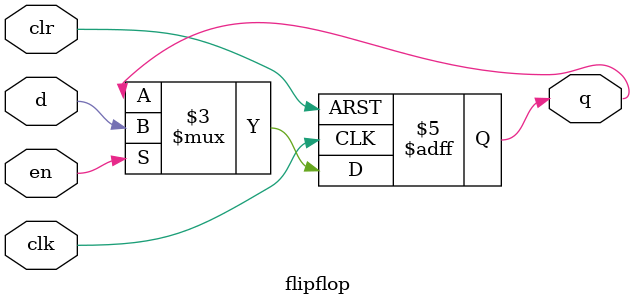
<source format=v>
module flipflop (q, d, clk, en, clr);
   
   //Inputs
   input d, clk, en, clr;
   
   //Internal wire
   wire clr;

   //Output
   output q;
   
   //Register
   reg q;

   //Intialize q to 0
   initial
   begin
       q = 1'b0;
   end

   //Set value of q on positive edge of the clock or clear
   always @(posedge clk or posedge clr) begin
       //If clear is high, set q to 0
       if (clr) begin
           q <= 1'b0;
       //If enable is high, set q to the value of d
       end else if (en) begin
           q <= d;
       end
   end
endmodule
</source>
